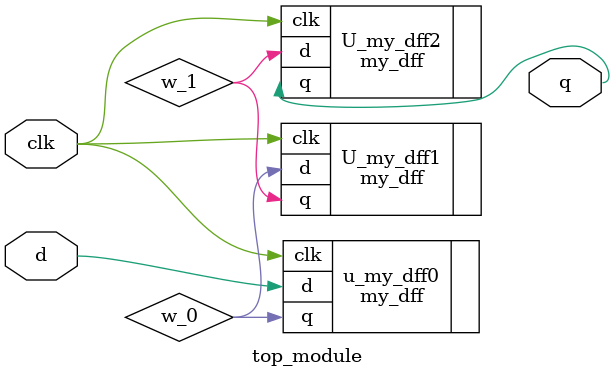
<source format=v>
module top_module ( input clk, input d, output q );

wire w_0,w_1;
my_dff u_my_dff0(
.clk (clk),
.d (d),
.q (w_0)
);
my_dff U_my_dff1(
.clk (clk),
.d (w_0),
.q (w_1)
);

my_dff U_my_dff2(
.clk (clk),
.d (w_1),
.q (q)
);



endmodule

</source>
